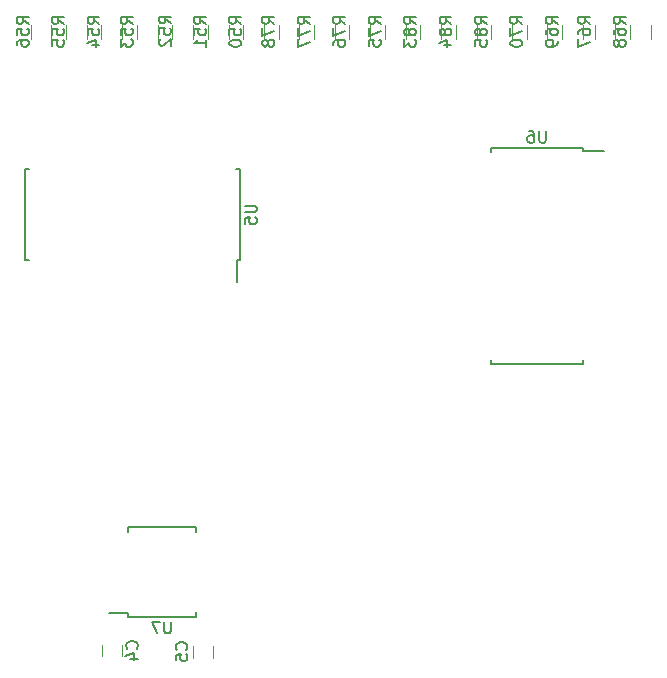
<source format=gbr>
G04 #@! TF.FileFunction,Legend,Bot*
%FSLAX46Y46*%
G04 Gerber Fmt 4.6, Leading zero omitted, Abs format (unit mm)*
G04 Created by KiCad (PCBNEW 4.0.7) date 02/18/18 01:44:55*
%MOMM*%
%LPD*%
G01*
G04 APERTURE LIST*
%ADD10C,0.100000*%
%ADD11C,0.120000*%
%ADD12C,0.150000*%
G04 APERTURE END LIST*
D10*
D11*
X66830000Y-36130000D02*
X66830000Y-34930000D01*
X65070000Y-34930000D02*
X65070000Y-36130000D01*
X63830000Y-36130000D02*
X63830000Y-34930000D01*
X62070000Y-34930000D02*
X62070000Y-36130000D01*
X60830000Y-36130000D02*
X60830000Y-34930000D01*
X59070000Y-34930000D02*
X59070000Y-36130000D01*
D12*
X72825000Y-45405000D02*
X72825000Y-45655000D01*
X65075000Y-45405000D02*
X65075000Y-45750000D01*
X65075000Y-63655000D02*
X65075000Y-63310000D01*
X72825000Y-63655000D02*
X72825000Y-63310000D01*
X72825000Y-45405000D02*
X65075000Y-45405000D01*
X72825000Y-63655000D02*
X65075000Y-63655000D01*
X72825000Y-45655000D02*
X74650000Y-45655000D01*
D11*
X48830000Y-36130000D02*
X48830000Y-34930000D01*
X47070000Y-34930000D02*
X47070000Y-36130000D01*
X51830000Y-36130000D02*
X51830000Y-34930000D01*
X50070000Y-34930000D02*
X50070000Y-36130000D01*
X54830000Y-36130000D02*
X54830000Y-34930000D01*
X53070000Y-34930000D02*
X53070000Y-36130000D01*
X57830000Y-36130000D02*
X57830000Y-34930000D01*
X56070000Y-34930000D02*
X56070000Y-36130000D01*
X69830000Y-36130000D02*
X69830000Y-34930000D01*
X68070000Y-34930000D02*
X68070000Y-36130000D01*
X72830000Y-36130000D02*
X72830000Y-34930000D01*
X71070000Y-34930000D02*
X71070000Y-36130000D01*
X78580000Y-36130000D02*
X78580000Y-34930000D01*
X76820000Y-34930000D02*
X76820000Y-36130000D01*
X75580000Y-36130000D02*
X75580000Y-34930000D01*
X73820000Y-34930000D02*
X73820000Y-36130000D01*
D12*
X43825000Y-54905000D02*
X43575000Y-54905000D01*
X43825000Y-47155000D02*
X43480000Y-47155000D01*
X25575000Y-47155000D02*
X25920000Y-47155000D01*
X25575000Y-54905000D02*
X25920000Y-54905000D01*
X43825000Y-54905000D02*
X43825000Y-47155000D01*
X25575000Y-54905000D02*
X25575000Y-47155000D01*
X43575000Y-54905000D02*
X43575000Y-56730000D01*
D11*
X27830000Y-36130000D02*
X27830000Y-34930000D01*
X26070000Y-34930000D02*
X26070000Y-36130000D01*
X30830000Y-36130000D02*
X30830000Y-34930000D01*
X29070000Y-34930000D02*
X29070000Y-36130000D01*
X33830000Y-36130000D02*
X33830000Y-34930000D01*
X32070000Y-34930000D02*
X32070000Y-36130000D01*
X36830000Y-36130000D02*
X36830000Y-34930000D01*
X35070000Y-34930000D02*
X35070000Y-36130000D01*
X39830000Y-36130000D02*
X39830000Y-34930000D01*
X38070000Y-34930000D02*
X38070000Y-36130000D01*
X42830000Y-36130000D02*
X42830000Y-34930000D01*
X41070000Y-34930000D02*
X41070000Y-36130000D01*
X45830000Y-36130000D02*
X45830000Y-34930000D01*
X44070000Y-34930000D02*
X44070000Y-36130000D01*
X33800000Y-87430000D02*
X33800000Y-88430000D01*
X32100000Y-88430000D02*
X32100000Y-87430000D01*
X39800000Y-88530000D02*
X39800000Y-87530000D01*
X41500000Y-87530000D02*
X41500000Y-88530000D01*
D12*
X34325000Y-85105000D02*
X34325000Y-84755000D01*
X40075000Y-85105000D02*
X40075000Y-84655000D01*
X40075000Y-77455000D02*
X40075000Y-77905000D01*
X34325000Y-77455000D02*
X34325000Y-77905000D01*
X34325000Y-85105000D02*
X40075000Y-85105000D01*
X34325000Y-77455000D02*
X40075000Y-77455000D01*
X34325000Y-84755000D02*
X32725000Y-84755000D01*
X64702381Y-34887143D02*
X64226190Y-34553809D01*
X64702381Y-34315714D02*
X63702381Y-34315714D01*
X63702381Y-34696667D01*
X63750000Y-34791905D01*
X63797619Y-34839524D01*
X63892857Y-34887143D01*
X64035714Y-34887143D01*
X64130952Y-34839524D01*
X64178571Y-34791905D01*
X64226190Y-34696667D01*
X64226190Y-34315714D01*
X64130952Y-35458571D02*
X64083333Y-35363333D01*
X64035714Y-35315714D01*
X63940476Y-35268095D01*
X63892857Y-35268095D01*
X63797619Y-35315714D01*
X63750000Y-35363333D01*
X63702381Y-35458571D01*
X63702381Y-35649048D01*
X63750000Y-35744286D01*
X63797619Y-35791905D01*
X63892857Y-35839524D01*
X63940476Y-35839524D01*
X64035714Y-35791905D01*
X64083333Y-35744286D01*
X64130952Y-35649048D01*
X64130952Y-35458571D01*
X64178571Y-35363333D01*
X64226190Y-35315714D01*
X64321429Y-35268095D01*
X64511905Y-35268095D01*
X64607143Y-35315714D01*
X64654762Y-35363333D01*
X64702381Y-35458571D01*
X64702381Y-35649048D01*
X64654762Y-35744286D01*
X64607143Y-35791905D01*
X64511905Y-35839524D01*
X64321429Y-35839524D01*
X64226190Y-35791905D01*
X64178571Y-35744286D01*
X64130952Y-35649048D01*
X63702381Y-36744286D02*
X63702381Y-36268095D01*
X64178571Y-36220476D01*
X64130952Y-36268095D01*
X64083333Y-36363333D01*
X64083333Y-36601429D01*
X64130952Y-36696667D01*
X64178571Y-36744286D01*
X64273810Y-36791905D01*
X64511905Y-36791905D01*
X64607143Y-36744286D01*
X64654762Y-36696667D01*
X64702381Y-36601429D01*
X64702381Y-36363333D01*
X64654762Y-36268095D01*
X64607143Y-36220476D01*
X61702381Y-34887143D02*
X61226190Y-34553809D01*
X61702381Y-34315714D02*
X60702381Y-34315714D01*
X60702381Y-34696667D01*
X60750000Y-34791905D01*
X60797619Y-34839524D01*
X60892857Y-34887143D01*
X61035714Y-34887143D01*
X61130952Y-34839524D01*
X61178571Y-34791905D01*
X61226190Y-34696667D01*
X61226190Y-34315714D01*
X61130952Y-35458571D02*
X61083333Y-35363333D01*
X61035714Y-35315714D01*
X60940476Y-35268095D01*
X60892857Y-35268095D01*
X60797619Y-35315714D01*
X60750000Y-35363333D01*
X60702381Y-35458571D01*
X60702381Y-35649048D01*
X60750000Y-35744286D01*
X60797619Y-35791905D01*
X60892857Y-35839524D01*
X60940476Y-35839524D01*
X61035714Y-35791905D01*
X61083333Y-35744286D01*
X61130952Y-35649048D01*
X61130952Y-35458571D01*
X61178571Y-35363333D01*
X61226190Y-35315714D01*
X61321429Y-35268095D01*
X61511905Y-35268095D01*
X61607143Y-35315714D01*
X61654762Y-35363333D01*
X61702381Y-35458571D01*
X61702381Y-35649048D01*
X61654762Y-35744286D01*
X61607143Y-35791905D01*
X61511905Y-35839524D01*
X61321429Y-35839524D01*
X61226190Y-35791905D01*
X61178571Y-35744286D01*
X61130952Y-35649048D01*
X61035714Y-36696667D02*
X61702381Y-36696667D01*
X60654762Y-36458571D02*
X61369048Y-36220476D01*
X61369048Y-36839524D01*
X58702381Y-34887143D02*
X58226190Y-34553809D01*
X58702381Y-34315714D02*
X57702381Y-34315714D01*
X57702381Y-34696667D01*
X57750000Y-34791905D01*
X57797619Y-34839524D01*
X57892857Y-34887143D01*
X58035714Y-34887143D01*
X58130952Y-34839524D01*
X58178571Y-34791905D01*
X58226190Y-34696667D01*
X58226190Y-34315714D01*
X58130952Y-35458571D02*
X58083333Y-35363333D01*
X58035714Y-35315714D01*
X57940476Y-35268095D01*
X57892857Y-35268095D01*
X57797619Y-35315714D01*
X57750000Y-35363333D01*
X57702381Y-35458571D01*
X57702381Y-35649048D01*
X57750000Y-35744286D01*
X57797619Y-35791905D01*
X57892857Y-35839524D01*
X57940476Y-35839524D01*
X58035714Y-35791905D01*
X58083333Y-35744286D01*
X58130952Y-35649048D01*
X58130952Y-35458571D01*
X58178571Y-35363333D01*
X58226190Y-35315714D01*
X58321429Y-35268095D01*
X58511905Y-35268095D01*
X58607143Y-35315714D01*
X58654762Y-35363333D01*
X58702381Y-35458571D01*
X58702381Y-35649048D01*
X58654762Y-35744286D01*
X58607143Y-35791905D01*
X58511905Y-35839524D01*
X58321429Y-35839524D01*
X58226190Y-35791905D01*
X58178571Y-35744286D01*
X58130952Y-35649048D01*
X57702381Y-36172857D02*
X57702381Y-36791905D01*
X58083333Y-36458571D01*
X58083333Y-36601429D01*
X58130952Y-36696667D01*
X58178571Y-36744286D01*
X58273810Y-36791905D01*
X58511905Y-36791905D01*
X58607143Y-36744286D01*
X58654762Y-36696667D01*
X58702381Y-36601429D01*
X58702381Y-36315714D01*
X58654762Y-36220476D01*
X58607143Y-36172857D01*
X69711905Y-43932381D02*
X69711905Y-44741905D01*
X69664286Y-44837143D01*
X69616667Y-44884762D01*
X69521429Y-44932381D01*
X69330952Y-44932381D01*
X69235714Y-44884762D01*
X69188095Y-44837143D01*
X69140476Y-44741905D01*
X69140476Y-43932381D01*
X68235714Y-43932381D02*
X68426191Y-43932381D01*
X68521429Y-43980000D01*
X68569048Y-44027619D01*
X68664286Y-44170476D01*
X68711905Y-44360952D01*
X68711905Y-44741905D01*
X68664286Y-44837143D01*
X68616667Y-44884762D01*
X68521429Y-44932381D01*
X68330952Y-44932381D01*
X68235714Y-44884762D01*
X68188095Y-44837143D01*
X68140476Y-44741905D01*
X68140476Y-44503810D01*
X68188095Y-44408571D01*
X68235714Y-44360952D01*
X68330952Y-44313333D01*
X68521429Y-44313333D01*
X68616667Y-44360952D01*
X68664286Y-44408571D01*
X68711905Y-44503810D01*
X46702381Y-34887143D02*
X46226190Y-34553809D01*
X46702381Y-34315714D02*
X45702381Y-34315714D01*
X45702381Y-34696667D01*
X45750000Y-34791905D01*
X45797619Y-34839524D01*
X45892857Y-34887143D01*
X46035714Y-34887143D01*
X46130952Y-34839524D01*
X46178571Y-34791905D01*
X46226190Y-34696667D01*
X46226190Y-34315714D01*
X45702381Y-35220476D02*
X45702381Y-35887143D01*
X46702381Y-35458571D01*
X46130952Y-36410952D02*
X46083333Y-36315714D01*
X46035714Y-36268095D01*
X45940476Y-36220476D01*
X45892857Y-36220476D01*
X45797619Y-36268095D01*
X45750000Y-36315714D01*
X45702381Y-36410952D01*
X45702381Y-36601429D01*
X45750000Y-36696667D01*
X45797619Y-36744286D01*
X45892857Y-36791905D01*
X45940476Y-36791905D01*
X46035714Y-36744286D01*
X46083333Y-36696667D01*
X46130952Y-36601429D01*
X46130952Y-36410952D01*
X46178571Y-36315714D01*
X46226190Y-36268095D01*
X46321429Y-36220476D01*
X46511905Y-36220476D01*
X46607143Y-36268095D01*
X46654762Y-36315714D01*
X46702381Y-36410952D01*
X46702381Y-36601429D01*
X46654762Y-36696667D01*
X46607143Y-36744286D01*
X46511905Y-36791905D01*
X46321429Y-36791905D01*
X46226190Y-36744286D01*
X46178571Y-36696667D01*
X46130952Y-36601429D01*
X49702381Y-34887143D02*
X49226190Y-34553809D01*
X49702381Y-34315714D02*
X48702381Y-34315714D01*
X48702381Y-34696667D01*
X48750000Y-34791905D01*
X48797619Y-34839524D01*
X48892857Y-34887143D01*
X49035714Y-34887143D01*
X49130952Y-34839524D01*
X49178571Y-34791905D01*
X49226190Y-34696667D01*
X49226190Y-34315714D01*
X48702381Y-35220476D02*
X48702381Y-35887143D01*
X49702381Y-35458571D01*
X48702381Y-36172857D02*
X48702381Y-36839524D01*
X49702381Y-36410952D01*
X52702381Y-34887143D02*
X52226190Y-34553809D01*
X52702381Y-34315714D02*
X51702381Y-34315714D01*
X51702381Y-34696667D01*
X51750000Y-34791905D01*
X51797619Y-34839524D01*
X51892857Y-34887143D01*
X52035714Y-34887143D01*
X52130952Y-34839524D01*
X52178571Y-34791905D01*
X52226190Y-34696667D01*
X52226190Y-34315714D01*
X51702381Y-35220476D02*
X51702381Y-35887143D01*
X52702381Y-35458571D01*
X51702381Y-36696667D02*
X51702381Y-36506190D01*
X51750000Y-36410952D01*
X51797619Y-36363333D01*
X51940476Y-36268095D01*
X52130952Y-36220476D01*
X52511905Y-36220476D01*
X52607143Y-36268095D01*
X52654762Y-36315714D01*
X52702381Y-36410952D01*
X52702381Y-36601429D01*
X52654762Y-36696667D01*
X52607143Y-36744286D01*
X52511905Y-36791905D01*
X52273810Y-36791905D01*
X52178571Y-36744286D01*
X52130952Y-36696667D01*
X52083333Y-36601429D01*
X52083333Y-36410952D01*
X52130952Y-36315714D01*
X52178571Y-36268095D01*
X52273810Y-36220476D01*
X55702381Y-34887143D02*
X55226190Y-34553809D01*
X55702381Y-34315714D02*
X54702381Y-34315714D01*
X54702381Y-34696667D01*
X54750000Y-34791905D01*
X54797619Y-34839524D01*
X54892857Y-34887143D01*
X55035714Y-34887143D01*
X55130952Y-34839524D01*
X55178571Y-34791905D01*
X55226190Y-34696667D01*
X55226190Y-34315714D01*
X54702381Y-35220476D02*
X54702381Y-35887143D01*
X55702381Y-35458571D01*
X54702381Y-36744286D02*
X54702381Y-36268095D01*
X55178571Y-36220476D01*
X55130952Y-36268095D01*
X55083333Y-36363333D01*
X55083333Y-36601429D01*
X55130952Y-36696667D01*
X55178571Y-36744286D01*
X55273810Y-36791905D01*
X55511905Y-36791905D01*
X55607143Y-36744286D01*
X55654762Y-36696667D01*
X55702381Y-36601429D01*
X55702381Y-36363333D01*
X55654762Y-36268095D01*
X55607143Y-36220476D01*
X67702381Y-34887143D02*
X67226190Y-34553809D01*
X67702381Y-34315714D02*
X66702381Y-34315714D01*
X66702381Y-34696667D01*
X66750000Y-34791905D01*
X66797619Y-34839524D01*
X66892857Y-34887143D01*
X67035714Y-34887143D01*
X67130952Y-34839524D01*
X67178571Y-34791905D01*
X67226190Y-34696667D01*
X67226190Y-34315714D01*
X66702381Y-35220476D02*
X66702381Y-35887143D01*
X67702381Y-35458571D01*
X66702381Y-36458571D02*
X66702381Y-36553810D01*
X66750000Y-36649048D01*
X66797619Y-36696667D01*
X66892857Y-36744286D01*
X67083333Y-36791905D01*
X67321429Y-36791905D01*
X67511905Y-36744286D01*
X67607143Y-36696667D01*
X67654762Y-36649048D01*
X67702381Y-36553810D01*
X67702381Y-36458571D01*
X67654762Y-36363333D01*
X67607143Y-36315714D01*
X67511905Y-36268095D01*
X67321429Y-36220476D01*
X67083333Y-36220476D01*
X66892857Y-36268095D01*
X66797619Y-36315714D01*
X66750000Y-36363333D01*
X66702381Y-36458571D01*
X70702381Y-34887143D02*
X70226190Y-34553809D01*
X70702381Y-34315714D02*
X69702381Y-34315714D01*
X69702381Y-34696667D01*
X69750000Y-34791905D01*
X69797619Y-34839524D01*
X69892857Y-34887143D01*
X70035714Y-34887143D01*
X70130952Y-34839524D01*
X70178571Y-34791905D01*
X70226190Y-34696667D01*
X70226190Y-34315714D01*
X69702381Y-35744286D02*
X69702381Y-35553809D01*
X69750000Y-35458571D01*
X69797619Y-35410952D01*
X69940476Y-35315714D01*
X70130952Y-35268095D01*
X70511905Y-35268095D01*
X70607143Y-35315714D01*
X70654762Y-35363333D01*
X70702381Y-35458571D01*
X70702381Y-35649048D01*
X70654762Y-35744286D01*
X70607143Y-35791905D01*
X70511905Y-35839524D01*
X70273810Y-35839524D01*
X70178571Y-35791905D01*
X70130952Y-35744286D01*
X70083333Y-35649048D01*
X70083333Y-35458571D01*
X70130952Y-35363333D01*
X70178571Y-35315714D01*
X70273810Y-35268095D01*
X70702381Y-36315714D02*
X70702381Y-36506190D01*
X70654762Y-36601429D01*
X70607143Y-36649048D01*
X70464286Y-36744286D01*
X70273810Y-36791905D01*
X69892857Y-36791905D01*
X69797619Y-36744286D01*
X69750000Y-36696667D01*
X69702381Y-36601429D01*
X69702381Y-36410952D01*
X69750000Y-36315714D01*
X69797619Y-36268095D01*
X69892857Y-36220476D01*
X70130952Y-36220476D01*
X70226190Y-36268095D01*
X70273810Y-36315714D01*
X70321429Y-36410952D01*
X70321429Y-36601429D01*
X70273810Y-36696667D01*
X70226190Y-36744286D01*
X70130952Y-36791905D01*
X76452381Y-34887143D02*
X75976190Y-34553809D01*
X76452381Y-34315714D02*
X75452381Y-34315714D01*
X75452381Y-34696667D01*
X75500000Y-34791905D01*
X75547619Y-34839524D01*
X75642857Y-34887143D01*
X75785714Y-34887143D01*
X75880952Y-34839524D01*
X75928571Y-34791905D01*
X75976190Y-34696667D01*
X75976190Y-34315714D01*
X75452381Y-35744286D02*
X75452381Y-35553809D01*
X75500000Y-35458571D01*
X75547619Y-35410952D01*
X75690476Y-35315714D01*
X75880952Y-35268095D01*
X76261905Y-35268095D01*
X76357143Y-35315714D01*
X76404762Y-35363333D01*
X76452381Y-35458571D01*
X76452381Y-35649048D01*
X76404762Y-35744286D01*
X76357143Y-35791905D01*
X76261905Y-35839524D01*
X76023810Y-35839524D01*
X75928571Y-35791905D01*
X75880952Y-35744286D01*
X75833333Y-35649048D01*
X75833333Y-35458571D01*
X75880952Y-35363333D01*
X75928571Y-35315714D01*
X76023810Y-35268095D01*
X75880952Y-36410952D02*
X75833333Y-36315714D01*
X75785714Y-36268095D01*
X75690476Y-36220476D01*
X75642857Y-36220476D01*
X75547619Y-36268095D01*
X75500000Y-36315714D01*
X75452381Y-36410952D01*
X75452381Y-36601429D01*
X75500000Y-36696667D01*
X75547619Y-36744286D01*
X75642857Y-36791905D01*
X75690476Y-36791905D01*
X75785714Y-36744286D01*
X75833333Y-36696667D01*
X75880952Y-36601429D01*
X75880952Y-36410952D01*
X75928571Y-36315714D01*
X75976190Y-36268095D01*
X76071429Y-36220476D01*
X76261905Y-36220476D01*
X76357143Y-36268095D01*
X76404762Y-36315714D01*
X76452381Y-36410952D01*
X76452381Y-36601429D01*
X76404762Y-36696667D01*
X76357143Y-36744286D01*
X76261905Y-36791905D01*
X76071429Y-36791905D01*
X75976190Y-36744286D01*
X75928571Y-36696667D01*
X75880952Y-36601429D01*
X73452381Y-34887143D02*
X72976190Y-34553809D01*
X73452381Y-34315714D02*
X72452381Y-34315714D01*
X72452381Y-34696667D01*
X72500000Y-34791905D01*
X72547619Y-34839524D01*
X72642857Y-34887143D01*
X72785714Y-34887143D01*
X72880952Y-34839524D01*
X72928571Y-34791905D01*
X72976190Y-34696667D01*
X72976190Y-34315714D01*
X72452381Y-35744286D02*
X72452381Y-35553809D01*
X72500000Y-35458571D01*
X72547619Y-35410952D01*
X72690476Y-35315714D01*
X72880952Y-35268095D01*
X73261905Y-35268095D01*
X73357143Y-35315714D01*
X73404762Y-35363333D01*
X73452381Y-35458571D01*
X73452381Y-35649048D01*
X73404762Y-35744286D01*
X73357143Y-35791905D01*
X73261905Y-35839524D01*
X73023810Y-35839524D01*
X72928571Y-35791905D01*
X72880952Y-35744286D01*
X72833333Y-35649048D01*
X72833333Y-35458571D01*
X72880952Y-35363333D01*
X72928571Y-35315714D01*
X73023810Y-35268095D01*
X72452381Y-36172857D02*
X72452381Y-36839524D01*
X73452381Y-36410952D01*
X44202381Y-50268095D02*
X45011905Y-50268095D01*
X45107143Y-50315714D01*
X45154762Y-50363333D01*
X45202381Y-50458571D01*
X45202381Y-50649048D01*
X45154762Y-50744286D01*
X45107143Y-50791905D01*
X45011905Y-50839524D01*
X44202381Y-50839524D01*
X44202381Y-51791905D02*
X44202381Y-51315714D01*
X44678571Y-51268095D01*
X44630952Y-51315714D01*
X44583333Y-51410952D01*
X44583333Y-51649048D01*
X44630952Y-51744286D01*
X44678571Y-51791905D01*
X44773810Y-51839524D01*
X45011905Y-51839524D01*
X45107143Y-51791905D01*
X45154762Y-51744286D01*
X45202381Y-51649048D01*
X45202381Y-51410952D01*
X45154762Y-51315714D01*
X45107143Y-51268095D01*
X25902381Y-34887143D02*
X25426190Y-34553809D01*
X25902381Y-34315714D02*
X24902381Y-34315714D01*
X24902381Y-34696667D01*
X24950000Y-34791905D01*
X24997619Y-34839524D01*
X25092857Y-34887143D01*
X25235714Y-34887143D01*
X25330952Y-34839524D01*
X25378571Y-34791905D01*
X25426190Y-34696667D01*
X25426190Y-34315714D01*
X24902381Y-35791905D02*
X24902381Y-35315714D01*
X25378571Y-35268095D01*
X25330952Y-35315714D01*
X25283333Y-35410952D01*
X25283333Y-35649048D01*
X25330952Y-35744286D01*
X25378571Y-35791905D01*
X25473810Y-35839524D01*
X25711905Y-35839524D01*
X25807143Y-35791905D01*
X25854762Y-35744286D01*
X25902381Y-35649048D01*
X25902381Y-35410952D01*
X25854762Y-35315714D01*
X25807143Y-35268095D01*
X24902381Y-36696667D02*
X24902381Y-36506190D01*
X24950000Y-36410952D01*
X24997619Y-36363333D01*
X25140476Y-36268095D01*
X25330952Y-36220476D01*
X25711905Y-36220476D01*
X25807143Y-36268095D01*
X25854762Y-36315714D01*
X25902381Y-36410952D01*
X25902381Y-36601429D01*
X25854762Y-36696667D01*
X25807143Y-36744286D01*
X25711905Y-36791905D01*
X25473810Y-36791905D01*
X25378571Y-36744286D01*
X25330952Y-36696667D01*
X25283333Y-36601429D01*
X25283333Y-36410952D01*
X25330952Y-36315714D01*
X25378571Y-36268095D01*
X25473810Y-36220476D01*
X28902381Y-34887143D02*
X28426190Y-34553809D01*
X28902381Y-34315714D02*
X27902381Y-34315714D01*
X27902381Y-34696667D01*
X27950000Y-34791905D01*
X27997619Y-34839524D01*
X28092857Y-34887143D01*
X28235714Y-34887143D01*
X28330952Y-34839524D01*
X28378571Y-34791905D01*
X28426190Y-34696667D01*
X28426190Y-34315714D01*
X27902381Y-35791905D02*
X27902381Y-35315714D01*
X28378571Y-35268095D01*
X28330952Y-35315714D01*
X28283333Y-35410952D01*
X28283333Y-35649048D01*
X28330952Y-35744286D01*
X28378571Y-35791905D01*
X28473810Y-35839524D01*
X28711905Y-35839524D01*
X28807143Y-35791905D01*
X28854762Y-35744286D01*
X28902381Y-35649048D01*
X28902381Y-35410952D01*
X28854762Y-35315714D01*
X28807143Y-35268095D01*
X27902381Y-36744286D02*
X27902381Y-36268095D01*
X28378571Y-36220476D01*
X28330952Y-36268095D01*
X28283333Y-36363333D01*
X28283333Y-36601429D01*
X28330952Y-36696667D01*
X28378571Y-36744286D01*
X28473810Y-36791905D01*
X28711905Y-36791905D01*
X28807143Y-36744286D01*
X28854762Y-36696667D01*
X28902381Y-36601429D01*
X28902381Y-36363333D01*
X28854762Y-36268095D01*
X28807143Y-36220476D01*
X31902381Y-34887143D02*
X31426190Y-34553809D01*
X31902381Y-34315714D02*
X30902381Y-34315714D01*
X30902381Y-34696667D01*
X30950000Y-34791905D01*
X30997619Y-34839524D01*
X31092857Y-34887143D01*
X31235714Y-34887143D01*
X31330952Y-34839524D01*
X31378571Y-34791905D01*
X31426190Y-34696667D01*
X31426190Y-34315714D01*
X30902381Y-35791905D02*
X30902381Y-35315714D01*
X31378571Y-35268095D01*
X31330952Y-35315714D01*
X31283333Y-35410952D01*
X31283333Y-35649048D01*
X31330952Y-35744286D01*
X31378571Y-35791905D01*
X31473810Y-35839524D01*
X31711905Y-35839524D01*
X31807143Y-35791905D01*
X31854762Y-35744286D01*
X31902381Y-35649048D01*
X31902381Y-35410952D01*
X31854762Y-35315714D01*
X31807143Y-35268095D01*
X31235714Y-36696667D02*
X31902381Y-36696667D01*
X30854762Y-36458571D02*
X31569048Y-36220476D01*
X31569048Y-36839524D01*
X34702381Y-34887143D02*
X34226190Y-34553809D01*
X34702381Y-34315714D02*
X33702381Y-34315714D01*
X33702381Y-34696667D01*
X33750000Y-34791905D01*
X33797619Y-34839524D01*
X33892857Y-34887143D01*
X34035714Y-34887143D01*
X34130952Y-34839524D01*
X34178571Y-34791905D01*
X34226190Y-34696667D01*
X34226190Y-34315714D01*
X33702381Y-35791905D02*
X33702381Y-35315714D01*
X34178571Y-35268095D01*
X34130952Y-35315714D01*
X34083333Y-35410952D01*
X34083333Y-35649048D01*
X34130952Y-35744286D01*
X34178571Y-35791905D01*
X34273810Y-35839524D01*
X34511905Y-35839524D01*
X34607143Y-35791905D01*
X34654762Y-35744286D01*
X34702381Y-35649048D01*
X34702381Y-35410952D01*
X34654762Y-35315714D01*
X34607143Y-35268095D01*
X33702381Y-36172857D02*
X33702381Y-36791905D01*
X34083333Y-36458571D01*
X34083333Y-36601429D01*
X34130952Y-36696667D01*
X34178571Y-36744286D01*
X34273810Y-36791905D01*
X34511905Y-36791905D01*
X34607143Y-36744286D01*
X34654762Y-36696667D01*
X34702381Y-36601429D01*
X34702381Y-36315714D01*
X34654762Y-36220476D01*
X34607143Y-36172857D01*
X37952381Y-34837143D02*
X37476190Y-34503809D01*
X37952381Y-34265714D02*
X36952381Y-34265714D01*
X36952381Y-34646667D01*
X37000000Y-34741905D01*
X37047619Y-34789524D01*
X37142857Y-34837143D01*
X37285714Y-34837143D01*
X37380952Y-34789524D01*
X37428571Y-34741905D01*
X37476190Y-34646667D01*
X37476190Y-34265714D01*
X36952381Y-35741905D02*
X36952381Y-35265714D01*
X37428571Y-35218095D01*
X37380952Y-35265714D01*
X37333333Y-35360952D01*
X37333333Y-35599048D01*
X37380952Y-35694286D01*
X37428571Y-35741905D01*
X37523810Y-35789524D01*
X37761905Y-35789524D01*
X37857143Y-35741905D01*
X37904762Y-35694286D01*
X37952381Y-35599048D01*
X37952381Y-35360952D01*
X37904762Y-35265714D01*
X37857143Y-35218095D01*
X37047619Y-36170476D02*
X37000000Y-36218095D01*
X36952381Y-36313333D01*
X36952381Y-36551429D01*
X37000000Y-36646667D01*
X37047619Y-36694286D01*
X37142857Y-36741905D01*
X37238095Y-36741905D01*
X37380952Y-36694286D01*
X37952381Y-36122857D01*
X37952381Y-36741905D01*
X40902381Y-34887143D02*
X40426190Y-34553809D01*
X40902381Y-34315714D02*
X39902381Y-34315714D01*
X39902381Y-34696667D01*
X39950000Y-34791905D01*
X39997619Y-34839524D01*
X40092857Y-34887143D01*
X40235714Y-34887143D01*
X40330952Y-34839524D01*
X40378571Y-34791905D01*
X40426190Y-34696667D01*
X40426190Y-34315714D01*
X39902381Y-35791905D02*
X39902381Y-35315714D01*
X40378571Y-35268095D01*
X40330952Y-35315714D01*
X40283333Y-35410952D01*
X40283333Y-35649048D01*
X40330952Y-35744286D01*
X40378571Y-35791905D01*
X40473810Y-35839524D01*
X40711905Y-35839524D01*
X40807143Y-35791905D01*
X40854762Y-35744286D01*
X40902381Y-35649048D01*
X40902381Y-35410952D01*
X40854762Y-35315714D01*
X40807143Y-35268095D01*
X40902381Y-36791905D02*
X40902381Y-36220476D01*
X40902381Y-36506190D02*
X39902381Y-36506190D01*
X40045238Y-36410952D01*
X40140476Y-36315714D01*
X40188095Y-36220476D01*
X43902381Y-34887143D02*
X43426190Y-34553809D01*
X43902381Y-34315714D02*
X42902381Y-34315714D01*
X42902381Y-34696667D01*
X42950000Y-34791905D01*
X42997619Y-34839524D01*
X43092857Y-34887143D01*
X43235714Y-34887143D01*
X43330952Y-34839524D01*
X43378571Y-34791905D01*
X43426190Y-34696667D01*
X43426190Y-34315714D01*
X42902381Y-35791905D02*
X42902381Y-35315714D01*
X43378571Y-35268095D01*
X43330952Y-35315714D01*
X43283333Y-35410952D01*
X43283333Y-35649048D01*
X43330952Y-35744286D01*
X43378571Y-35791905D01*
X43473810Y-35839524D01*
X43711905Y-35839524D01*
X43807143Y-35791905D01*
X43854762Y-35744286D01*
X43902381Y-35649048D01*
X43902381Y-35410952D01*
X43854762Y-35315714D01*
X43807143Y-35268095D01*
X42902381Y-36458571D02*
X42902381Y-36553810D01*
X42950000Y-36649048D01*
X42997619Y-36696667D01*
X43092857Y-36744286D01*
X43283333Y-36791905D01*
X43521429Y-36791905D01*
X43711905Y-36744286D01*
X43807143Y-36696667D01*
X43854762Y-36649048D01*
X43902381Y-36553810D01*
X43902381Y-36458571D01*
X43854762Y-36363333D01*
X43807143Y-36315714D01*
X43711905Y-36268095D01*
X43521429Y-36220476D01*
X43283333Y-36220476D01*
X43092857Y-36268095D01*
X42997619Y-36315714D01*
X42950000Y-36363333D01*
X42902381Y-36458571D01*
X35057143Y-87763334D02*
X35104762Y-87715715D01*
X35152381Y-87572858D01*
X35152381Y-87477620D01*
X35104762Y-87334762D01*
X35009524Y-87239524D01*
X34914286Y-87191905D01*
X34723810Y-87144286D01*
X34580952Y-87144286D01*
X34390476Y-87191905D01*
X34295238Y-87239524D01*
X34200000Y-87334762D01*
X34152381Y-87477620D01*
X34152381Y-87572858D01*
X34200000Y-87715715D01*
X34247619Y-87763334D01*
X34485714Y-88620477D02*
X35152381Y-88620477D01*
X34104762Y-88382381D02*
X34819048Y-88144286D01*
X34819048Y-88763334D01*
X39257143Y-87863334D02*
X39304762Y-87815715D01*
X39352381Y-87672858D01*
X39352381Y-87577620D01*
X39304762Y-87434762D01*
X39209524Y-87339524D01*
X39114286Y-87291905D01*
X38923810Y-87244286D01*
X38780952Y-87244286D01*
X38590476Y-87291905D01*
X38495238Y-87339524D01*
X38400000Y-87434762D01*
X38352381Y-87577620D01*
X38352381Y-87672858D01*
X38400000Y-87815715D01*
X38447619Y-87863334D01*
X38352381Y-88768096D02*
X38352381Y-88291905D01*
X38828571Y-88244286D01*
X38780952Y-88291905D01*
X38733333Y-88387143D01*
X38733333Y-88625239D01*
X38780952Y-88720477D01*
X38828571Y-88768096D01*
X38923810Y-88815715D01*
X39161905Y-88815715D01*
X39257143Y-88768096D01*
X39304762Y-88720477D01*
X39352381Y-88625239D01*
X39352381Y-88387143D01*
X39304762Y-88291905D01*
X39257143Y-88244286D01*
X37961905Y-85482381D02*
X37961905Y-86291905D01*
X37914286Y-86387143D01*
X37866667Y-86434762D01*
X37771429Y-86482381D01*
X37580952Y-86482381D01*
X37485714Y-86434762D01*
X37438095Y-86387143D01*
X37390476Y-86291905D01*
X37390476Y-85482381D01*
X37009524Y-85482381D02*
X36342857Y-85482381D01*
X36771429Y-86482381D01*
M02*

</source>
